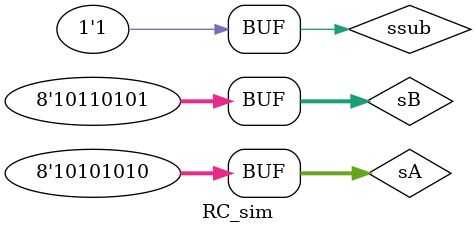
<source format=sv>
`timescale 1ns / 1ps


module RC_sim();

logic [7:0] sA,sB;
logic [8:0] sresult;
logic ssub;

RC_adder UUT(
.Ain(sA), .Bin(sB), .result(sresult),.sub(ssub)
);

initial begin 

sA = 8'b11111111;
sB = 8'b11111111;
ssub = 1'b0;
#10;
sA = 8'b01010111;
sB = 8'b01101101;
ssub = 1'b0;
#10;
sA = 8'b10110101;
sB = 8'b11011010;
ssub = 1'b0;
#10;
sA = 8'b10101010;
sB = 8'b10110101;
ssub = 1'b0;
#10;
sA = 8'b10101010;
sB = 8'b10110101;
ssub = 1'b1;
#10;

end

endmodule

</source>
